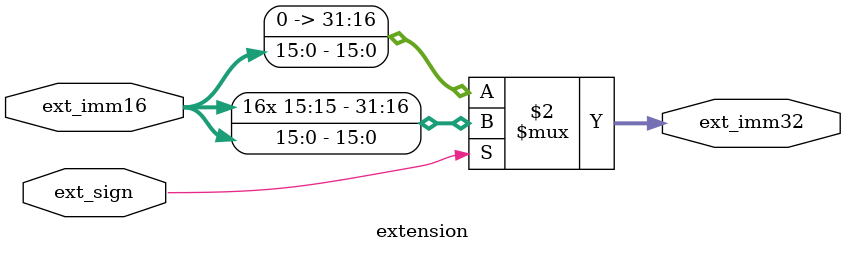
<source format=v>
`timescale 1ns / 1ps

module extension(
    input   wire[15:0]  ext_imm16,
    input   wire        ext_sign,
    
    output  wire[31:0]  ext_imm32
    );
    
assign ext_imm32 = (ext_sign==1) ? {{16{ext_imm16[15]}}, ext_imm16[15:0]} : {16'b0, ext_imm16[15:0]};

endmodule

</source>
